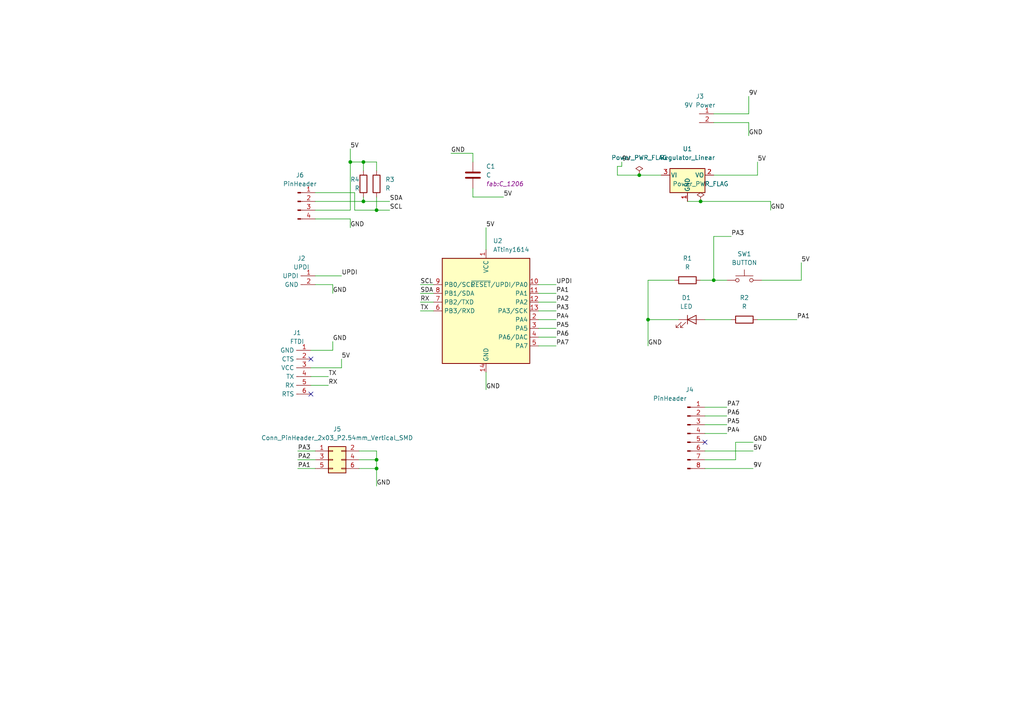
<source format=kicad_sch>
(kicad_sch (version 20211123) (generator eeschema)
  (paper "A4")
  (lib_symbols
    (symbol "fab:BUTTON_B3SN" (pin_numbers hide) (pin_names (offset 1.016) hide)
      (property "Reference" "SW" (at 1.27 2.54 0))
      (property "Value" "BUTTON_B3SN" (at 0 -1.524 0))
      (symbol "BUTTON_B3SN_0_1"
        (circle (center -2.032 0) (radius 0.508))
        (polyline (pts (xy 0 1.27) (xy 0 3.048)))
        (polyline (pts (xy 2.54 1.27) (xy -2.54 1.27)))
        (circle (center 2.032 0) (radius 0.508))
        (pin passive line (at -5.08 0 0) (length 2.54) (name "1") (number "1"))
        (pin passive line (at 5.08 0 180) (length 2.54) (name "2") (number "2"))
      )
    )
    (symbol "fab:C" (pin_numbers hide) (pin_names (offset 0.254))
      (property "Reference" "C" (at 0.635 2.54 0))
      (property "Value" "C" (at 0.635 -2.54 0))
      (symbol "C_0_1"
        (polyline (pts (xy -2.032 -0.762) (xy 2.032 -0.762)) (stroke (width 0.508)))
        (polyline (pts (xy -2.032 0.762) (xy 2.032 0.762)) (stroke (width 0.508)))
      )
      (symbol "C_1_1"
        (pin passive line (at 0 3.81 270) (length 2.794) (name "~") (number "1"))
        (pin passive line (at 0 -3.81 90) (length 2.794) (name "~") (number "2"))
      )
    )
    (symbol "fab:Conn_PinHeader_1x02_P2.54mm_Horizontal_SMD" (pin_names (offset 1.016))
      (property "Reference" "J" (at 0 2.54 0))
      (property "Value" "Conn_PinHeader_1x02_P2.54mm_Horizontal_SMD" (at 0 -5.08 0))
      (symbol "Conn_PinHeader_1x02_P2.54mm_Horizontal_SMD_1_1"
        (polyline (pts (xy 1.27 -2.54) (xy 0.8636 -2.54)) (stroke (width 0.1524)))
        (polyline (pts (xy 1.27 0) (xy 0.8636 0)) (stroke (width 0.1524)))
        (pin passive line (at 5.08 0 180) (length 3.81) (name "~") (number "1"))
        (pin passive line (at 5.08 -2.54 180) (length 3.81) (name "~") (number "2"))
      )
    )
    (symbol "fab:Conn_PinHeader_1x04_P2.54mm_Horizontal_SMD" (pin_names (offset 1.016) hide)
      (property "Reference" "J" (at 0 5.08 0))
      (property "Value" "Conn_PinHeader_1x04_P2.54mm_Horizontal_SMD" (at 0 -7.62 0))
      (symbol "Conn_PinHeader_1x04_P2.54mm_Horizontal_SMD_1_1"
        (polyline (pts (xy 1.27 -5.08) (xy 0.8636 -5.08)) (stroke (width 0.1524)))
        (polyline (pts (xy 1.27 -2.54) (xy 0.8636 -2.54)) (stroke (width 0.1524)))
        (polyline (pts (xy 1.27 0) (xy 0.8636 0)) (stroke (width 0.1524)))
        (polyline (pts (xy 1.27 2.54) (xy 0.8636 2.54)) (stroke (width 0.1524)))
        (rectangle (start 0.8636 -4.953) (end 0 -5.207) (stroke (width 0.1524)) (fill (type outline)))
        (rectangle (start 0.8636 -2.413) (end 0 -2.667) (stroke (width 0.1524)) (fill (type outline)))
        (rectangle (start 0.8636 0.127) (end 0 -0.127) (stroke (width 0.1524)) (fill (type outline)))
        (rectangle (start 0.8636 2.667) (end 0 2.413) (stroke (width 0.1524)) (fill (type outline)))
        (pin passive line (at 5.08 2.54 180) (length 3.81) (name "Pin_1") (number "1"))
        (pin passive line (at 5.08 0 180) (length 3.81) (name "Pin_2") (number "2"))
        (pin passive line (at 5.08 -2.54 180) (length 3.81) (name "Pin_3") (number "3"))
        (pin passive line (at 5.08 -5.08 180) (length 3.81) (name "Pin_4") (number "4"))
      )
    )
    (symbol "fab:Conn_PinHeader_1x08_P2.54mm_Horizontal_SMD" (pin_names (offset 1.016) hide)
      (property "Reference" "J" (at 0 10.16 0))
      (property "Value" "Conn_PinHeader_1x08_P2.54mm_Horizontal_SMD" (at 0 -12.7 0))
      (symbol "Conn_PinHeader_1x08_P2.54mm_Horizontal_SMD_1_1"
        (polyline (pts (xy 1.27 -10.16) (xy 0.8636 -10.16)) (stroke (width 0.1524)))
        (polyline (pts (xy 1.27 -7.62) (xy 0.8636 -7.62)) (stroke (width 0.1524)))
        (polyline (pts (xy 1.27 -5.08) (xy 0.8636 -5.08)) (stroke (width 0.1524)))
        (polyline (pts (xy 1.27 -2.54) (xy 0.8636 -2.54)) (stroke (width 0.1524)))
        (polyline (pts (xy 1.27 0) (xy 0.8636 0)) (stroke (width 0.1524)))
        (polyline (pts (xy 1.27 2.54) (xy 0.8636 2.54)) (stroke (width 0.1524)))
        (polyline (pts (xy 1.27 5.08) (xy 0.8636 5.08)) (stroke (width 0.1524)))
        (polyline (pts (xy 1.27 7.62) (xy 0.8636 7.62)) (stroke (width 0.1524)))
        (rectangle (start 0.8636 -10.033) (end 0 -10.287) (stroke (width 0.1524)) (fill (type outline)))
        (rectangle (start 0.8636 -7.493) (end 0 -7.747) (stroke (width 0.1524)) (fill (type outline)))
        (rectangle (start 0.8636 -4.953) (end 0 -5.207) (stroke (width 0.1524)) (fill (type outline)))
        (rectangle (start 0.8636 -2.413) (end 0 -2.667) (stroke (width 0.1524)) (fill (type outline)))
        (rectangle (start 0.8636 0.127) (end 0 -0.127) (stroke (width 0.1524)) (fill (type outline)))
        (rectangle (start 0.8636 2.667) (end 0 2.413) (stroke (width 0.1524)) (fill (type outline)))
        (rectangle (start 0.8636 5.207) (end 0 4.953) (stroke (width 0.1524)) (fill (type outline)))
        (rectangle (start 0.8636 7.747) (end 0 7.493) (stroke (width 0.1524)) (fill (type outline)))
        (pin passive line (at 5.08 7.62 180) (length 3.81) (name "Pin_1") (number "1"))
        (pin passive line (at 5.08 5.08 180) (length 3.81) (name "Pin_2") (number "2"))
        (pin passive line (at 5.08 2.54 180) (length 3.81) (name "Pin_3") (number "3"))
        (pin passive line (at 5.08 0 180) (length 3.81) (name "Pin_4") (number "4"))
        (pin passive line (at 5.08 -2.54 180) (length 3.81) (name "Pin_5") (number "5"))
        (pin passive line (at 5.08 -5.08 180) (length 3.81) (name "Pin_6") (number "6"))
        (pin passive line (at 5.08 -7.62 180) (length 3.81) (name "Pin_7") (number "7"))
        (pin passive line (at 5.08 -10.16 180) (length 3.81) (name "Pin_8") (number "8"))
      )
    )
    (symbol "fab:Conn_PinHeader_2x03_P2.54mm_Vertical_SMD" (pin_names (offset 1.016) hide)
      (property "Reference" "J" (at 1.27 5.08 0))
      (property "Value" "Conn_PinHeader_2x03_P2.54mm_Vertical_SMD" (at 1.27 -5.08 0))
      (symbol "Conn_PinHeader_2x03_P2.54mm_Vertical_SMD_1_1"
        (rectangle (start -1.27 -2.413) (end 0 -2.667) (stroke (width 0.1524)))
        (rectangle (start -1.27 0.127) (end 0 -0.127) (stroke (width 0.1524)))
        (rectangle (start -1.27 2.667) (end 0 2.413) (stroke (width 0.1524)))
        (rectangle (start -1.27 3.81) (end 3.81 -3.81) (stroke (width 0.254)) (fill (type background)))
        (rectangle (start 3.81 -2.413) (end 2.54 -2.667) (stroke (width 0.1524)))
        (rectangle (start 3.81 0.127) (end 2.54 -0.127) (stroke (width 0.1524)))
        (rectangle (start 3.81 2.667) (end 2.54 2.413) (stroke (width 0.1524)))
        (pin passive line (at -5.08 2.54 0) (length 3.81) (name "Pin_1") (number "1"))
        (pin passive line (at 7.62 2.54 180) (length 3.81) (name "Pin_2") (number "2"))
        (pin passive line (at -5.08 0 0) (length 3.81) (name "Pin_3") (number "3"))
        (pin passive line (at 7.62 0 180) (length 3.81) (name "Pin_4") (number "4"))
        (pin passive line (at -5.08 -2.54 0) (length 3.81) (name "Pin_5") (number "5"))
        (pin passive line (at 7.62 -2.54 180) (length 3.81) (name "Pin_6") (number "6"))
      )
    )
    (symbol "fab:Conn_PinHeader_FTDI_1x06_P2.54mm_Horizontal_SMD" (pin_names (offset 1.016))
      (property "Reference" "J" (at 0 7.62 0))
      (property "Value" "Conn_PinHeader_FTDI_1x06_P2.54mm_Horizontal_SMD" (at 0 -10.16 0))
      (symbol "Conn_PinHeader_FTDI_1x06_P2.54mm_Horizontal_SMD_1_1"
        (polyline (pts (xy 1.27 -7.62) (xy 0.8636 -7.62)) (stroke (width 0.1524)))
        (polyline (pts (xy 1.27 -5.08) (xy 0.8636 -5.08)) (stroke (width 0.1524)))
        (polyline (pts (xy 1.27 -2.54) (xy 0.8636 -2.54)) (stroke (width 0.1524)))
        (polyline (pts (xy 1.27 0) (xy 0.8636 0)) (stroke (width 0.1524)))
        (polyline (pts (xy 1.27 2.54) (xy 0.8636 2.54)) (stroke (width 0.1524)))
        (polyline (pts (xy 1.27 5.08) (xy 0.8636 5.08)) (stroke (width 0.1524)))
        (pin passive line (at 5.08 5.08 180) (length 3.81) (name "GND") (number "1"))
        (pin passive line (at 5.08 2.54 180) (length 3.81) (name "CTS") (number "2"))
        (pin passive line (at 5.08 0 180) (length 3.81) (name "VCC") (number "3"))
        (pin passive line (at 5.08 -2.54 180) (length 3.81) (name "TX") (number "4"))
        (pin passive line (at 5.08 -5.08 180) (length 3.81) (name "RX") (number "5"))
        (pin passive line (at 5.08 -7.62 180) (length 3.81) (name "RTS") (number "6"))
      )
    )
    (symbol "fab:Conn_PinHeader_UPDI_1x02_P2.54mm_Horizontal_SMD" (pin_names (offset 1.016))
      (property "Reference" "J" (at 0 2.54 0))
      (property "Value" "Conn_PinHeader_UPDI_1x02_P2.54mm_Horizontal_SMD" (at 0 -5.08 0))
      (symbol "Conn_PinHeader_UPDI_1x02_P2.54mm_Horizontal_SMD_1_1"
        (polyline (pts (xy 1.27 -2.54) (xy 0.8636 -2.54)) (stroke (width 0.1524)))
        (polyline (pts (xy 1.27 0) (xy 0.8636 0)) (stroke (width 0.1524)))
        (pin passive line (at 5.08 0 180) (length 3.81) (name "UPDI") (number "1"))
        (pin passive line (at 5.08 -2.54 180) (length 3.81) (name "GND") (number "2"))
      )
    )
    (symbol "fab:LED" (pin_numbers hide) (pin_names (offset 1.016) hide)
      (property "Reference" "D" (at 0 2.54 0))
      (property "Value" "LED" (at 0 -2.54 0))
      (symbol "LED_0_1"
        (polyline (pts (xy -1.27 -1.27) (xy -1.27 1.27)) (stroke (width 0.2032)))
        (polyline (pts (xy -1.27 0) (xy 1.27 0)))
        (polyline (pts (xy 1.27 -1.27) (xy 1.27 1.27) (xy -1.27 0) (xy 1.27 -1.27)) (stroke (width 0.2032)))
        (polyline (pts (xy -3.048 -0.762) (xy -4.572 -2.286) (xy -3.81 -2.286) (xy -4.572 -2.286) (xy -4.572 -1.524)))
        (polyline (pts (xy -1.778 -0.762) (xy -3.302 -2.286) (xy -2.54 -2.286) (xy -3.302 -2.286) (xy -3.302 -1.524)))
      )
      (symbol "LED_1_1"
        (pin passive line (at -3.81 0 0) (length 2.54) (name "K") (number "1"))
        (pin passive line (at 3.81 0 180) (length 2.54) (name "A") (number "2"))
      )
    )
    (symbol "fab:Microcontroller_ATtiny1614-SSFR"
      (property "Reference" "U" (at -12.7 17.78 0))
      (property "Value" "Microcontroller_ATtiny1614-SSFR" (at 7.62 17.78 0))
      (symbol "Microcontroller_ATtiny1614-SSFR_0_1"
        (rectangle (start -12.7 -15.24) (end 12.7 15.24) (stroke (width 0.254)) (fill (type background)))
      )
      (symbol "Microcontroller_ATtiny1614-SSFR_1_1"
        (pin power_in line (at 0 17.78 270) (length 2.54) (name "VCC") (number "1"))
        (pin bidirectional line (at 15.24 7.62 180) (length 2.54) (name "~{RESET}/UPDI/PA0") (number "10"))
        (pin bidirectional line (at 15.24 5.08 180) (length 2.54) (name "PA1") (number "11"))
        (pin bidirectional line (at 15.24 2.54 180) (length 2.54) (name "PA2") (number "12"))
        (pin bidirectional line (at 15.24 0 180) (length 2.54) (name "PA3/SCK") (number "13"))
        (pin power_in line (at 0 -17.78 90) (length 2.54) (name "GND") (number "14"))
        (pin bidirectional line (at 15.24 -2.54 180) (length 2.54) (name "PA4") (number "2"))
        (pin bidirectional line (at 15.24 -5.08 180) (length 2.54) (name "PA5") (number "3"))
        (pin bidirectional line (at 15.24 -7.62 180) (length 2.54) (name "PA6/DAC") (number "4"))
        (pin bidirectional line (at 15.24 -10.16 180) (length 2.54) (name "PA7") (number "5"))
        (pin bidirectional line (at -15.24 0 0) (length 2.54) (name "PB3/RXD") (number "6"))
        (pin bidirectional line (at -15.24 2.54 0) (length 2.54) (name "PB2/TXD") (number "7"))
        (pin bidirectional line (at -15.24 5.08 0) (length 2.54) (name "PB1/SDA") (number "8"))
        (pin bidirectional line (at -15.24 7.62 0) (length 2.54) (name "PB0/SCL") (number "9"))
      )
    )
    (symbol "fab:Power_PWR_FLAG" (power) (pin_numbers hide) (pin_names (offset 0) hide)
      (property "Value" "Power_PWR_FLAG" (at 0 3.81 0))
      (symbol "Power_PWR_FLAG_0_0"
        (pin power_out line (at 0 0 90) (length 0) (name "pwr") (number "1"))
      )
      (symbol "Power_PWR_FLAG_0_1"
        (polyline (pts (xy 0 0) (xy 0 1.27) (xy -1.016 1.905) (xy 0 2.54) (xy 1.016 1.905) (xy 0 1.27)))
      )
    )
    (symbol "fab:R" (pin_numbers hide) (pin_names (offset 0))
      (property "Reference" "R" (at 2.032 0 90))
      (property "Value" "R" (at 0 0 90))
      (symbol "R_0_1"
        (rectangle (start -1.016 -2.54) (end 1.016 2.54) (stroke (width 0.254)))
      )
      (symbol "R_1_1"
        (pin passive line (at 0 3.81 270) (length 1.27) (name "~") (number "1"))
        (pin passive line (at 0 -3.81 90) (length 1.27) (name "~") (number "2"))
      )
    )
    (symbol "fab:Regulator_Linear_NCP1117-5.0V-1A" (pin_names (offset 0.254))
      (property "Reference" "U" (at -3.81 3.175 0))
      (property "Value" "Regulator_Linear_NCP1117-5.0V-1A" (at 0 3.175 0))
      (symbol "Regulator_Linear_NCP1117-5.0V-1A_0_1"
        (rectangle (start -5.08 -5.08) (end 5.08 1.905) (stroke (width 0.254)) (fill (type background)))
      )
      (symbol "Regulator_Linear_NCP1117-5.0V-1A_1_1"
        (pin power_in line (at 0 -7.62 90) (length 2.54) (name "GND") (number "1"))
        (pin power_out line (at 7.62 0 180) (length 2.54) (name "VO") (number "2"))
        (pin power_in line (at -7.62 0 0) (length 2.54) (name "VI") (number "3"))
      )
    )
  )
  (junction (at 109.22 60.96))
  (junction (at 185.42 50.8))
  (junction (at 105.41 46.99))
  (junction (at 105.41 58.42))
  (junction (at 207.01 81.28))
  (junction (at 101.6 46.99))
  (junction (at 187.96 92.71))
  (junction (at 109.22 133.35))
  (junction (at 109.22 135.89))
  (junction (at 203.2 58.42))
  (no_connect (at 204.47 128.27))
  (no_connect (at 90.17 104.14))
  (no_connect (at 90.17 114.3))
  (wire (pts (xy 187.96 92.71) (xy 187.96 100.33)))
  (wire (pts (xy 104.14 133.35) (xy 109.22 133.35)))
  (wire (pts (xy 156.21 82.55) (xy 161.29 82.55)))
  (wire (pts (xy 207.01 50.8) (xy 219.71 50.8)))
  (wire (pts (xy 86.36 133.35) (xy 91.44 133.35)))
  (wire (pts (xy 204.47 130.81) (xy 218.44 130.81)))
  (wire (pts (xy 180.34 48.26) (xy 179.07 48.26)))
  (wire (pts (xy 90.17 106.68) (xy 99.06 106.68)))
  (wire (pts (xy 99.06 104.14) (xy 99.06 106.68)))
  (wire (pts (xy 91.44 80.01) (xy 99.06 80.01)))
  (wire (pts (xy 96.52 82.55) (xy 96.52 85.09)))
  (wire (pts (xy 207.01 68.58) (xy 212.09 68.58)))
  (wire (pts (xy 121.92 90.17) (xy 125.73 90.17)))
  (wire (pts (xy 185.42 50.8) (xy 179.07 50.8)))
  (wire (pts (xy 137.16 46.99) (xy 137.16 44.45)))
  (wire (pts (xy 121.92 87.63) (xy 125.73 87.63)))
  (wire (pts (xy 204.47 118.11) (xy 210.82 118.11)))
  (wire (pts (xy 91.44 82.55) (xy 96.52 82.55)))
  (wire (pts (xy 109.22 60.96) (xy 113.03 60.96)))
  (wire (pts (xy 219.71 92.71) (xy 231.14 92.71)))
  (wire (pts (xy 232.41 76.2) (xy 232.41 81.28)))
  (wire (pts (xy 204.47 125.73) (xy 210.82 125.73)))
  (wire (pts (xy 101.6 46.99) (xy 105.41 46.99)))
  (wire (pts (xy 86.36 135.89) (xy 91.44 135.89)))
  (wire (pts (xy 207.01 81.28) (xy 207.01 68.58)))
  (wire (pts (xy 109.22 46.99) (xy 109.22 49.53)))
  (wire (pts (xy 203.2 81.28) (xy 207.01 81.28)))
  (wire (pts (xy 91.44 63.5) (xy 101.6 63.5)))
  (wire (pts (xy 105.41 46.99) (xy 109.22 46.99)))
  (wire (pts (xy 109.22 57.15) (xy 109.22 60.96)))
  (wire (pts (xy 156.21 100.33) (xy 161.29 100.33)))
  (wire (pts (xy 104.14 130.81) (xy 109.22 130.81)))
  (wire (pts (xy 90.17 111.76) (xy 95.25 111.76)))
  (wire (pts (xy 204.47 120.65) (xy 210.82 120.65)))
  (wire (pts (xy 180.34 46.99) (xy 180.34 48.26)))
  (wire (pts (xy 187.96 92.71) (xy 196.85 92.71)))
  (wire (pts (xy 102.87 55.88) (xy 102.87 60.96)))
  (wire (pts (xy 223.52 58.42) (xy 223.52 60.96)))
  (wire (pts (xy 204.47 133.35) (xy 213.36 133.35)))
  (wire (pts (xy 140.97 66.04) (xy 140.97 72.39)))
  (wire (pts (xy 109.22 135.89) (xy 109.22 140.97)))
  (wire (pts (xy 156.21 92.71) (xy 161.29 92.71)))
  (wire (pts (xy 217.17 27.94) (xy 217.17 33.02)))
  (wire (pts (xy 213.36 128.27) (xy 218.44 128.27)))
  (wire (pts (xy 102.87 60.96) (xy 109.22 60.96)))
  (wire (pts (xy 101.6 43.18) (xy 101.6 46.99)))
  (wire (pts (xy 91.44 60.96) (xy 101.6 60.96)))
  (wire (pts (xy 91.44 58.42) (xy 105.41 58.42)))
  (wire (pts (xy 130.81 44.45) (xy 137.16 44.45)))
  (wire (pts (xy 104.14 135.89) (xy 109.22 135.89)))
  (wire (pts (xy 203.2 58.42) (xy 223.52 58.42)))
  (wire (pts (xy 195.58 81.28) (xy 187.96 81.28)))
  (wire (pts (xy 204.47 92.71) (xy 212.09 92.71)))
  (wire (pts (xy 101.6 46.99) (xy 101.6 60.96)))
  (wire (pts (xy 90.17 101.6) (xy 96.52 101.6)))
  (wire (pts (xy 96.52 99.06) (xy 96.52 101.6)))
  (wire (pts (xy 105.41 58.42) (xy 113.03 58.42)))
  (wire (pts (xy 121.92 85.09) (xy 125.73 85.09)))
  (wire (pts (xy 137.16 57.15) (xy 146.05 57.15)))
  (wire (pts (xy 137.16 54.61) (xy 137.16 57.15)))
  (wire (pts (xy 105.41 49.53) (xy 105.41 46.99)))
  (wire (pts (xy 140.97 107.95) (xy 140.97 113.03)))
  (wire (pts (xy 204.47 123.19) (xy 210.82 123.19)))
  (wire (pts (xy 204.47 135.89) (xy 218.44 135.89)))
  (wire (pts (xy 105.41 57.15) (xy 105.41 58.42)))
  (wire (pts (xy 109.22 133.35) (xy 109.22 135.89)))
  (wire (pts (xy 90.17 109.22) (xy 95.25 109.22)))
  (wire (pts (xy 156.21 85.09) (xy 161.29 85.09)))
  (wire (pts (xy 156.21 97.79) (xy 161.29 97.79)))
  (wire (pts (xy 109.22 130.81) (xy 109.22 133.35)))
  (wire (pts (xy 217.17 35.56) (xy 217.17 39.37)))
  (wire (pts (xy 207.01 81.28) (xy 210.82 81.28)))
  (wire (pts (xy 156.21 90.17) (xy 161.29 90.17)))
  (wire (pts (xy 121.92 82.55) (xy 125.73 82.55)))
  (wire (pts (xy 220.98 81.28) (xy 232.41 81.28)))
  (wire (pts (xy 101.6 63.5) (xy 101.6 66.04)))
  (wire (pts (xy 213.36 133.35) (xy 213.36 128.27)))
  (wire (pts (xy 199.39 58.42) (xy 203.2 58.42)))
  (wire (pts (xy 156.21 95.25) (xy 161.29 95.25)))
  (wire (pts (xy 191.77 50.8) (xy 185.42 50.8)))
  (wire (pts (xy 219.71 46.99) (xy 219.71 50.8)))
  (wire (pts (xy 91.44 55.88) (xy 102.87 55.88)))
  (wire (pts (xy 156.21 87.63) (xy 161.29 87.63)))
  (wire (pts (xy 187.96 81.28) (xy 187.96 92.71)))
  (wire (pts (xy 207.01 33.02) (xy 217.17 33.02)))
  (wire (pts (xy 207.01 35.56) (xy 217.17 35.56)))
  (wire (pts (xy 86.36 130.81) (xy 91.44 130.81)))
  (wire (pts (xy 179.07 48.26) (xy 179.07 50.8)))
  (label "SCL" (at 121.92 82.55 0))
  (label "PA6" (at 161.29 97.79 0))
  (label "5V" (at 146.05 57.15 0))
  (label "PA7" (at 161.29 100.33 0))
  (label "GND" (at 223.52 60.96 0))
  (label "PA1" (at 161.29 85.09 0))
  (label "GND" (at 130.81 44.45 0))
  (label "5V" (at 101.6 43.18 0))
  (label "9V" (at 180.34 46.99 0))
  (label "PA5" (at 161.29 95.25 0))
  (label "PA3" (at 212.09 68.58 0))
  (label "SDA" (at 113.03 58.42 0))
  (label "5V" (at 140.97 66.04 0))
  (label "PA3" (at 161.29 90.17 0))
  (label "PA1" (at 231.14 92.71 0))
  (label "5V" (at 99.06 104.14 0))
  (label "9V" (at 218.44 135.89 0))
  (label "RX" (at 95.25 111.76 0))
  (label "PA4" (at 210.82 125.73 0))
  (label "GND" (at 218.44 128.27 0))
  (label "GND" (at 101.6 66.04 0))
  (label "9V" (at 217.17 27.94 0))
  (label "TX" (at 95.25 109.22 0))
  (label "UPDI" (at 161.29 82.55 0))
  (label "5V" (at 218.44 130.81 0))
  (label "TX" (at 121.92 90.17 0))
  (label "GND" (at 109.22 140.97 0))
  (label "PA2" (at 86.36 133.35 0))
  (label "PA2" (at 161.29 87.63 0))
  (label "GND" (at 140.97 113.03 0))
  (label "GND" (at 96.52 99.06 0))
  (label "GND" (at 217.17 39.37 0))
  (label "UPDI" (at 99.06 80.01 0))
  (label "PA3" (at 86.36 130.81 0))
  (label "5V" (at 219.71 46.99 0))
  (label "PA6" (at 210.82 120.65 0))
  (label "GND" (at 96.52 85.09 0))
  (label "PA4" (at 161.29 92.71 0))
  (label "PA5" (at 210.82 123.19 0))
  (label "GND" (at 187.96 100.33 0))
  (label "SCL" (at 113.03 60.96 0))
  (label "5V" (at 232.41 76.2 0))
  (label "PA1" (at 86.36 135.89 0))
  (label "PA7" (at 210.82 118.11 0))
  (label "SDA" (at 121.92 85.09 0))
  (label "RX" (at 121.92 87.63 0))
  (symbol (lib_id "fab:R") (at 109.22 53.34 180) (unit 1)
    (property "Reference" "R3" (at 111.76 52.07 0) (effects (justify right)))
    (property "Value" "R" (at 111.76 54.6099 0) (effects (justify right)))
    (property "Footprint" "fab:R_1206" (effects hide))
  )
  (symbol (lib_id "fab:R") (at 215.9 92.71 90) (unit 1)
    (property "Reference" "R2" (at 215.9 86.36 90))
    (property "Value" "R" (at 215.9 88.9 90))
    (property "Footprint" "fab:R_1206" (effects hide))
  )
  (symbol (lib_id "fab:C") (at 137.16 50.8 0) (unit 1)
    (property "Reference" "C1" (at 140.97 48.2599 0) (effects (justify left)))
    (property "Value" "C" (at 140.97 50.7999 0) (effects (justify left)))
    (property "Footprint" "fab:C_1206" (at 140.97 53.3399 0) (effects (font italic) (justify left)))
  )
  (symbol (lib_id "fab:R") (at 199.39 81.28 90) (unit 1)
    (property "Reference" "R1" (at 199.39 74.93 90))
    (property "Value" "R" (at 199.39 77.47 90))
    (property "Footprint" "fab:R_1206" (effects hide))
  )
  (symbol (lib_id "fab:Conn_PinHeader_FTDI_1x06_P2.54mm_Horizontal_SMD") (at 85.09 106.68 0) (unit 1)
    (property "Reference" "J1" (at 86.1568 96.52 0))
    (property "Value" "FTDI" (at 86.1568 99.06 0))
    (property "Footprint" "fab:PinHeader_FTDI_01x06_P2.54mm_Horizontal_SMD" (effects hide))
  )
  (symbol (lib_id "fab:Conn_PinHeader_UPDI_1x02_P2.54mm_Horizontal_SMD") (at 86.36 80.01 0) (unit 1)
    (property "Reference" "J2" (at 87.4268 74.93 0))
    (property "Value" "UPDI" (at 87.4268 77.47 0))
    (property "Footprint" "fab:PinHeader_UPDI_01x02_P2.54mm_Horizontal_SMD" (effects hide))
  )
  (symbol (lib_id "fab:BUTTON_B3SN") (at 215.9 81.28 0) (unit 1)
    (property "Reference" "SW1" (at 215.9 73.66 0))
    (property "Value" "BUTTON" (at 215.9 76.2 0))
    (property "Footprint" "fab:Button_Omron_B3SN_6x6mm" (effects hide))
    (property "Datasheet" "https://omronfs.omron.com/en_US/ecb/products/pdf/en-b3sn.pdf" (effects hide))
  )
  (symbol (lib_id "fab:Power_PWR_FLAG") (at 185.42 50.8 0) (unit 1)
    (property "Reference" "#FLG0102" (effects hide))
    (property "Value" "Power_PWR_FLAG" (at 185.42 45.72 0))
  )
  (symbol (lib_id "fab:Regulator_Linear_NCP1117-5.0V-1A") (at 199.39 50.8 0) (unit 1)
    (property "Reference" "U1" (at 199.39 43.18 0))
    (property "Value" "Regulator_Linear" (at 199.39 45.72 0))
    (property "Footprint" "fab:SOT-223-3_TabPin2" (effects hide))
    (property "Datasheet" "https://www.onsemi.com/pub/Collateral/NCP1117-D.PDF" (effects hide))
  )
  (symbol (lib_id "fab:Power_PWR_FLAG") (at 203.2 58.42 0) (unit 1)
    (property "Reference" "#FLG0101" (effects hide))
    (property "Value" "Power_PWR_FLAG" (at 203.2 53.34 0))
  )
  (symbol (lib_id "fab:Conn_PinHeader_1x02_P2.54mm_Horizontal_SMD") (at 201.93 33.02 0) (unit 1)
    (property "Reference" "J3" (at 202.9968 27.94 0))
    (property "Value" "9V Power" (at 202.9968 30.48 0))
    (property "Footprint" "fab:PinHeader_UPDI_01x02_P2.54mm_Horizontal_SMD" (effects hide))
  )
  (symbol (lib_id "fab:Conn_PinHeader_2x03_P2.54mm_Vertical_SMD") (at 96.52 133.35 0) (unit 1)
    (property "Reference" "J5" (at 97.79 124.46 0))
    (property "Value" "Conn_PinHeader_2x03_P2.54mm_Vertical_SMD" (at 97.79 127 0))
    (property "Footprint" "fab:PinHeader_2x03_P2.54mm_Vertical_SMD" (effects hide))
    (property "Datasheet" "https://cdn.amphenol-icc.com/media/wysiwyg/files/drawing/95278.pdf" (effects hide))
  )
  (symbol (lib_id "fab:Microcontroller_ATtiny1614-SSFR") (at 140.97 90.17 0) (unit 1)
    (property "Reference" "U2" (at 142.9894 69.85 0) (effects (justify left)))
    (property "Value" "ATtiny1614" (at 142.9894 72.39 0) (effects (justify left)))
    (property "Footprint" "fab:SOIC-14_3.9x8.7mm_P1.27mm" (effects hide))
    (property "Datasheet" "http://ww1.microchip.com/downloads/en/DeviceDoc/ATtiny1614-16-17-DataSheet-DS40002204A.pdf" (effects hide))
  )
  (symbol (lib_id "fab:Conn_PinHeader_1x08_P2.54mm_Horizontal_SMD") (at 199.39 125.73 0) (unit 1)
    (property "Reference" "J4" (at 200.025 113.03 0))
    (property "Value" "PinHeader" (at 194.31 115.57 0))
    (property "Footprint" "fab:PinHeader_1x08_P2.54mm_Horizontal_SMD" (effects hide))
  )
  (symbol (lib_id "fab:R") (at 105.41 53.34 0) (unit 1)
    (property "Reference" "R4" (at 101.6 52.07 0) (effects (justify left)))
    (property "Value" "R" (at 102.87 54.61 0) (effects (justify left)))
    (property "Footprint" "fab:R_1206" (effects hide))
  )
  (symbol (lib_id "fab:Conn_PinHeader_1x04_P2.54mm_Horizontal_SMD") (at 86.36 58.42 0) (unit 1)
    (property "Reference" "J6" (at 86.995 50.8 0))
    (property "Value" "PinHeader" (at 86.995 53.34 0))
    (property "Footprint" "fab:PinHeader_1x04_P2.54mm_Horizontal_SMD" (effects hide))
  )
  (symbol (lib_id "fab:LED") (at 200.66 92.71 0) (unit 1)
    (property "Reference" "D1" (at 199.0598 86.36 0))
    (property "Value" "LED" (at 199.0598 88.9 0))
    (property "Footprint" "fab:LED_1206" (effects hide))
    (property "Datasheet" "https://optoelectronics.liteon.com/upload/download/DS-22-98-0002/LTST-C150CKT.pdf" (effects hide))
  )
)
</source>
